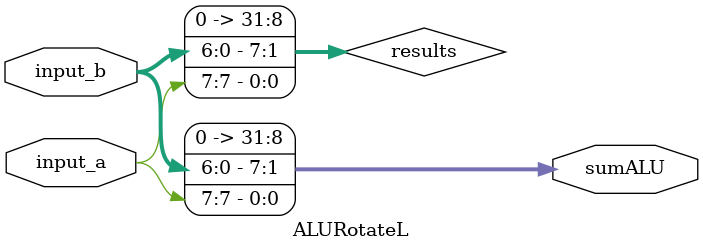
<source format=v>
module ALURotateL (
	input [31:0] input_a, input_b,
	
	output [31:0] sumALU,
	);
	
	reg [31:0] results;
	assign sumALU = results;
	
	
	always @(*)
	begin
		// Rotate left
           results = {input_b[6:0],input_a[7]};
	end
	
endmodule
		
		
	
</source>
